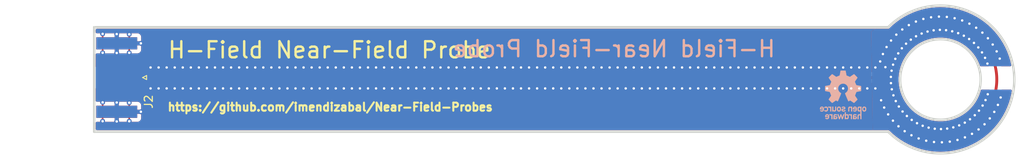
<source format=kicad_pcb>
(kicad_pcb (version 20241229) (generator "pcbnew") (generator_version "9.0")
  (title_block (title "Near Field Probes Kit") (date "2025-03-22") (rev "1.0") (company "Ignacio de Mendizabal") (comment 1 "https://www.ignaciodemendizabal.com") (comment 2 "https://github.com/imendizabal/Near-Field-Probes") (comment 4 "H-Field Probe 18 mm"))
  (layers (0 "F.Cu" signal) (4 "In1.Cu" signal) (6 "In2.Cu" signal) (2 "B.Cu" signal) (13 "F.Paste" user) (15 "B.Paste" user) (5 "F.SilkS" user "F.Silkscreen") (7 "B.SilkS" user "B.Silkscreen") (1 "F.Mask" user) (3 "B.Mask" user) (25 "Edge.Cuts" user))
  (net 0 "")
  (net 1 "GND")
  (net 2 "/H_SIGNAL")
  (footprint "Connector_Coaxial:SMA_Amphenol_132289_EdgeMount" (layer "F.Cu") (at 52.8 116.65 180)
    (property "Reference" "J2" (at -3.96 -3 90) (layer "F.SilkS"))
    (property "Value" "Conn_Coaxial_Small" (hide yes))
    (pad "1" smd rect (at 0 0 270) (size 1.5 5.08) (layers "F.Cu" "F.Mask" "F.Paste") (net 2 "/H_SIGNAL"))
    (pad "2" smd rect (at 0 -4.25 270) (size 1.5 5.08) (layers "F.Cu" "F.Mask" "F.Paste") (net 1 "GND"))
    (pad "2" smd rect (at 0 -4.25 270) (size 1.5 5.08) (layers "B.Cu" "B.Mask" "B.Paste") (net 1 "GND"))
    (pad "2" smd rect (at 0 4.25 270) (size 1.5 5.08) (layers "F.Cu" "F.Mask" "F.Paste") (net 1 "GND"))
    (pad "2" smd rect (at 0 4.25 270) (size 1.5 5.08) (layers "B.Cu" "B.Mask" "B.Paste") (net 1 "GND"))
  )
  (footprint "Symbol:OSHW-Logo_5.7x6mm_SilkScreen" (layer "B.Cu") (at 143 118.8 180)
    (property "Reference" "REF**" (hide yes))
    (property "Value" "OSHW-Logo_5.7x6mm_SilkScreen" (hide yes))
  )
  (gr_arc (start 148.247422 115.360598) (mid 162.02263 117.773127) (end 148.08293 116.65) (stroke (width 0.355542)) (layer "F.Cu") (net 2))
  (gr_line (start 50 123.3746) (end 148.591607 123.3746) (stroke (width 0.3)) (layer "Edge.Cuts"))
  (gr_circle (center 155.078906 116.8873) (end 160.078906 116.8873) (stroke (width 0.3)) (fill no) (layer "Edge.Cuts"))
  (gr_line (start 50 110.4) (end 148.591606 110.4) (stroke (width 0.3)) (layer "Edge.Cuts"))
  (gr_arc (start 148.591606 110.4) (mid 164.253319 116.887298) (end 148.591607 123.3746) (stroke (width 0.3)) (layer "Edge.Cuts"))
  (gr_line (start 50 123.3746) (end 50 110.4) (stroke (width 0.3)) (layer "Edge.Cuts"))
  (gr_text "H-Field Near-Field Probe" (at 59 114.4 0) (layer "F.SilkS") (effects (font (size 2 2) (thickness 0.3)) (justify left bottom)))
  (gr_text "https://github.com/imendizabal/Near-Field-Probes" (at 59 120.9 0) (layer "F.SilkS") (effects (font (size 1 1) (thickness 0.25)) (justify left bottom)))
  (gr_text "H-Field Near-Field Probe" (at 134.75 114.26019 0) (layer "B.SilkS") (effects (font (size 2 2) (thickness 0.3)) (justify left bottom mirror)))
  (segment (start 52.8 112.4) (end 52.8 111.25) (width 0.2) (layer "F.Cu") (net 1))
  (segment (start 51.05 120.925) (end 51.05 122.075) (width 0.2) (layer "F.Cu") (net 1))
  (segment (start 54.35 120.925) (end 54.35 122.075) (width 0.2) (layer "F.Cu") (net 1))
  (segment (start 52.8 112.4) (end 55.8 112.4) (width 0.2) (layer "F.Cu") (net 1))
  (segment (start 51.05 120.875) (end 51.05 119.725) (width 0.2) (layer "F.Cu") (net 1))
  (segment (start 54.35 112.425) (end 54.35 113.575) (width 0.2) (layer "F.Cu") (net 1))
  (segment (start 51.05 112.375) (end 51.05 111.225) (width 0.2) (layer "F.Cu") (net 1))
  (segment (start 54.35 120.925) (end 54.35 119.775) (width 0.2) (layer "F.Cu") (net 1))
  (segment (start 52.8 120.9) (end 55.8 120.9) (width 0.2) (layer "F.Cu") (net 1))
  (segment (start 52.8 120.9) (end 52.8 119.75) (width 0.2) (layer "F.Cu") (net 1))
  (segment (start 52.8 112.4) (end 52.8 113.6) (width 0.2) (layer "F.Cu") (net 1))
  (segment (start 51.05 112.425) (end 51.05 113.575) (width 0.2) (layer "F.Cu") (net 1))
  (segment (start 52.8 120.9) (end 52.8 122.1) (width 0.2) (layer "F.Cu") (net 1))
  (segment (start 54.35 112.425) (end 54.35 111.275) (width 0.2) (layer "F.Cu") (net 1))
  (via (at 108 118) (size 0.6) (drill 0.3) (layers "F.Cu" "B.Cu") (net 1))
  (via (at 149.870173 122.70182) (size 0.6) (drill 0.3) (layers "F.Cu" "B.Cu") (net 1))
  (via (at 159.244453 112.350197) (size 0.6) (drill 0.3) (layers "F.Cu" "B.Cu") (net 1))
  (via (at 153.918912 109.167588) (size 0.6) (drill 0.3) (layers "F.Cu" "B.Cu") (net 1))
  (via (at 160.241916 113.528669) (size 0.6) (drill 0.3) (layers "F.Cu" "B.Cu") (net 1))
  (via (at 104 115.4) (size 0.6) (drill 0.3) (layers "F.Cu" "B.Cu") (net 1))
  (via (at 78 115.4) (size 0.6) (drill 0.3) (layers "F.Cu" "B.Cu") (net 1))
  (via (at 152.376416 124.210967) (size 0.6) (drill 0.3) (layers "F.Cu" "B.Cu") (net 1))
  (via (at 114 115.4) (size 0.6) (drill 0.3) (layers "F.Cu" "B.Cu") (net 1))
  (via (at 150.812307 112.44508) (size 0.6) (drill 0.3) (layers "F.Cu" "B.Cu") (net 1))
  (via (at 132 118) (size 0.6) (drill 0.3) (layers "F.Cu" "B.Cu") (net 1))
  (via (at 155.009596 110.728377) (size 0.6) (drill 0.3) (layers "F.Cu" "B.Cu") (net 1))
  (via (at 125 118) (size 0.6) (drill 0.3) (layers "F.Cu" "B.Cu") (net 1))
  (via (at 69 118) (size 0.6) (drill 0.3) (layers "F.Cu" "B.Cu") (net 1))
  (via (at 148.247422 115.360599) (size 0.6) (drill 0.3) (layers "F.Cu" "B.Cu") (net 1))
  (via (at 99 118) (size 0.6) (drill 0.3) (layers "F.Cu" "B.Cu") (net 1))
  (via (at 160.681168 119.446934) (size 0.6) (drill 0.3) (layers "F.Cu" "B.Cu") (net 1))
  (via (at 98 115.4) (size 0.6) (drill 0.3) (layers "F.Cu" "B.Cu") (net 1))
  (via (at 150.913347 121.424403) (size 0.6) (drill 0.3) (layers "F.Cu" "B.Cu") (net 1))
  (via (at 57 115.4) (size 0.6) (drill 0.3) (layers "F.Cu" "B.Cu") (net 1))
  (via (at 104 118) (size 0.6) (drill 0.3) (layers "F.Cu" "B.Cu") (net 1))
  (via (at 60 115.4) (size 0.6) (drill 0.3) (layers "F.Cu" "B.Cu") (net 1))
  (via (at 88 118) (size 0.6) (drill 0.3) (layers "F.Cu" "B.Cu") (net 1))
  (via (at 95 115.4) (size 0.6) (drill 0.3) (layers "F.Cu" "B.Cu") (net 1))
  (via (at 100 115.4) (size 0.6) (drill 0.3) (layers "F.Cu" "B.Cu") (net 1))
  (via (at 140 115.4) (size 0.6) (drill 0.3) (layers "F.Cu" "B.Cu") (net 1))
  (via (at 105 115.4) (size 0.6) (drill 0.3) (layers "F.Cu" "B.Cu") (net 1))
  (via (at 160.622152 114.20225) (size 0.6) (drill 0.3) (layers "F.Cu" "B.Cu") (net 1))
  (via (at 135 115.4) (size 0.6) (drill 0.3) (layers "F.Cu" "B.Cu") (net 1))
  (via (at 148.936482 117.343189) (size 0.6) (drill 0.3) (layers "F.Cu" "B.Cu") (net 1))
  (via (at 159.814416 123.093304) (size 0.6) (drill 0.3) (layers "F.Cu" "B.Cu") (net 1))
  (via (at 85 115.4) (size 0.6) (drill 0.3) (layers "F.Cu" "B.Cu") (net 1))
  (via (at 137 115.4) (size 0.6) (drill 0.3) (layers "F.Cu" "B.Cu") (net 1))
  (via (at 148.391357 112.860361) (size 0.6) (drill 0.3) (layers "F.Cu" "B.Cu") (net 1))
  (via (at 63 115.4) (size 0.6) (drill 0.3) (layers "F.Cu" "B.Cu") (net 1))
  (via (at 103 118) (size 0.6) (drill 0.3) (layers "F.Cu" "B.Cu") (net 1))
  (via (at 144 118) (size 0.6) (drill 0.3) (layers "F.Cu" "B.Cu") (net 1))
  (via (at 55.8 112.4) (size 0.6) (drill 0.3) (layers "F.Cu" "B.Cu") (net 1))
  (via (at 140 118) (size 0.6) (drill 0.3) (layers "F.Cu" "B.Cu") (net 1))
  (via (at 160.287639 111.07278) (size 0.6) (drill 0.3) (layers "F.Cu" "B.Cu") (net 1))
  (via (at 58 118) (size 0.6) (drill 0.3) (layers "F.Cu" "B.Cu") (net 1))
  (via (at 66 115.4) (size 0.6) (drill 0.3) (layers "F.Cu" "B.Cu") (net 1))
  (via (at 123 115.4) (size 0.6) (drill 0.3) (layers "F.Cu" "B.Cu") (net 1))
  (via (at 67 118) (size 0.6) (drill 0.3) (layers "F.Cu" "B.Cu") (net 1))
  (via (at 160.975319 111.771456) (size 0.6) (drill 0.3) (layers "F.Cu" "B.Cu") (net 1))
  (via (at 70 118) (size 0.6) (drill 0.3) (layers "F.Cu" "B.Cu") (net 1))
  (via (at 147 115.4) (size 0.6) (drill 0.3) (layers "F.Cu" "B.Cu") (net 1))
  (via (at 105 118) (size 0.6) (drill 0.3) (layers "F.Cu" "B.Cu") (net 1))
  (via (at 161.570009 112.550813) (size 0.6) (drill 0.3) (layers "F.Cu" "B.Cu") (net 1))
  (via (at 158.642956 111.863891) (size 0.6) (drill 0.3) (layers "F.Cu" "B.Cu") (net 1))
  (via (at 147 118) (size 0.6) (drill 0.3) (layers "F.Cu" "B.Cu") (net 1))
  (via (at 89 115.4) (size 0.6) (drill 0.3) (layers "F.Cu" "B.Cu") (net 1))
  (via (at 149.841614 113.645699) (size 0.6) (drill 0.3) (layers "F.Cu" "B.Cu") (net 1))
  (via (at 131 118) (size 0.6) (drill 0.3) (layers "F.Cu" "B.Cu") (net 1))
  (via (at 128 118) (size 0.6) (drill 0.3) (layers "F.Cu" "B.Cu") (net 1))
  (via (at 151.514844 121.910709) (size 0.6) (drill 0.3) (layers "F.Cu" "B.Cu") (net 1))
  (via (at 162.062331 113.398558) (size 0.6) (drill 0.3) (layers "F.Cu" "B.Cu") (net 1))
  (via (at 101 115.4) (size 0.6) (drill 0.3) (layers "F.Cu" "B.Cu") (net 1))
  (via (at 148.095481 120.376042) (size 0.6) (drill 0.3) (layers "F.Cu" "B.Cu") (net 1))
  (via (at 86 118) (size 0.6) (drill 0.3) (layers "F.Cu" "B.Cu") (net 1))
  (via (at 147.713292 119.473277) (size 0.6) (drill 0.3) (layers "F.Cu" "B.Cu") (net 1))
  (via (at 51.05 122.075) (size 0.6) (drill 0.3) (layers "F.Cu" "B.Cu") (net 1))
  (via (at 117 118) (size 0.6) (drill 0.3) (layers "F.Cu" "B.Cu") (net 1))
  (via (at 65 118) (size 0.6) (drill 0.3) (layers "F.Cu" "B.Cu") (net 1))
  (via (at 54.35 113.575) (size 0.6) (drill 0.3) (layers "F.Cu" "B.Cu") (net 1))
  (via (at 74 115.4) (size 0.6) (drill 0.3) (layers "F.Cu" "B.Cu") (net 1))
  (via (at 155.262216 124.691526) (size 0.6) (drill 0.3) (layers "F.Cu" "B.Cu") (net 1))
  (via (at 156.543435 110.904636) (size 0.6) (drill 0.3) (layers "F.Cu" "B.Cu") (net 1))
  (via (at 129 115.4) (size 0.6) (drill 0.3) (layers "F.Cu" "B.Cu") (net 1))
  (via (at 63 118) (size 0.6) (drill 0.3) (layers "F.Cu" "B.Cu") (net 1))
  (via (at 143 118) (size 0.6) (drill 0.3) (layers "F.Cu" "B.Cu") (net 1))
  (via (at 158.677985 109.960094) (size 0.6) (drill 0.3) (layers "F.Cu" "B.Cu") (net 1))
  (via (at 110 115.4) (size 0.6) (drill 0.3) (layers "F.Cu" "B.Cu") (net 1))
  (via (at 107 118) (size 0.6) (drill 0.3) (layers "F.Cu" "B.Cu") (net 1))
  (via (at 87 118) (size 0.6) (drill 0.3) (layers "F.Cu" "B.Cu") (net 1))
  (via (at 152.172548 122.317793) (size 0.6) (drill 0.3) (layers "F.Cu" "B.Cu") (net 1))
  (via (at 158.106715 122.251018) (size 0.6) (drill 0.3) (layers "F.Cu" "B.Cu") (net 1))
  (via (at 122 115.4) (size 0.6) (drill 0.3) (layers "F.Cu" "B.Cu") (net 1))
  (via (at 121 115.4) (size 0.6) (drill 0.3) (layers "F.Cu" "B.Cu") (net 1))
  (via (at 51.05 113.575) (size 0.6) (drill 0.3) (layers "F.Cu" "B.Cu") (net 1))
  (via (at 58 115.4) (size 0.6) (drill 0.3) (layers "F.Cu" "B.Cu") (net 1))
  (via (at 91 118) (size 0.6) (drill 0.3) (layers "F.Cu" "B.Cu") (net 1))
  (via (at 160.9578 118.7246) (size 0.6) (drill 0.3) (layers "F.Cu" "B.Cu") (net 1))
  (via (at 98 118) (size 0.6) (drill 0.3) (layers "F.Cu" "B.Cu") (net 1))
  (via (at 151.158555 110.136715) (size 0.6) (drill 0.3) (layers "F.Cu" "B.Cu") (net 1))
  (via (at 138 118) (size 0.6) (drill 0.3) (layers "F.Cu" "B.Cu") (net 1))
  (via (at 161.209012 121.720658) (size 0.6) (drill 0.3) (layers "F.Cu" "B.Cu") (net 1))
  (via (at 148.587803 121.223787) (size 0.6) (drill 0.3) (layers "F.Cu" "B.Cu") (net 1))
  (via (at 118 118) (size 0.6) (drill 0.3) (layers "F.Cu" "B.Cu") (net 1))
  (via (at 159.868608 120.759746) (size 0.6) (drill 0.3) (layers "F.Cu" "B.Cu") (net 1))
  (via (at 133 118) (size 0.6) (drill 0.3) (layers "F.Cu" "B.Cu") (net 1))
  (via (at 119 118) (size 0.6) (drill 0.3) (layers "F.Cu" "B.Cu") (net 1))
  (via (at 130 118) (size 0.6) (drill 0.3) (layers "F.Cu" "B.Cu") (net 1))
  (via (at 78 118) (size 0.6) (drill 0.3) (layers "F.Cu" "B.Cu") (net 1))
  (via (at 150.377544 120.866545) (size 0.6) (drill 0.3) (layers "F.Cu" "B.Cu") (net 1))
  (via (at 134 115.4) (size 0.6) (drill 0.3) (layers "F.Cu" "B.Cu") (net 1))
  (via (at 64 115.4) (size 0.6) (drill 0.3) (layers "F.Cu" "B.Cu") (net 1))
  (via (at 120 115.4) (size 0.6) (drill 0.3) (layers "F.Cu" "B.Cu") (net 1))
  (via (at 126 115.4) (size 0.6) (drill 0.3) (layers "F.Cu" "B.Cu") (net 1))
  (via (at 157.410588 122.588209) (size 0.6) (drill 0.3) (layers "F.Cu" "B.Cu") (net 1))
  (via (at 162.557812 119.1246) (size 0.6) (drill 0.3) (layers "F.Cu" "B.Cu") (net 1))
  (via (at 81 115.4) (size 0.6) (drill 0.3) (layers "F.Cu" "B.Cu") (net 1))
  (via (at 153.480112 110.939106) (size 0.6) (drill 0.3) (layers "F.Cu" "B.Cu") (net 1))
  (via (at 66 118) (size 0.6) (drill 0.3) (layers "F.Cu" "B.Cu") (net 1))
  (via (at 81 118) (size 0.6) (drill 0.3) (layers "F.Cu" "B.Cu") (net 1))
  (via (at 162.218431 120.044314) (size 0.6) (drill 0.3) (layers "F.Cu" "B.Cu") (net 1))
  (via (at 112 115.4) (size 0.6) (drill 0.3) (layers "F.Cu" "B.Cu") (net 1))
  (via (at 52.8 113.6) (size 0.6) (drill 0.3) (layers "F.Cu" "B.Cu") (net 1))
  (via (at 96 115.4) (size 0.6) (drill 0.3) (layers "F.Cu" "B.Cu") (net 1))
  (via (at 103 115.4) (size 0.6) (drill 0.3) (layers "F.Cu" "B.Cu") (net 1))
  (via (at 116 115.4) (size 0.6) (drill 0.3) (layers "F.Cu" "B.Cu") (net 1))
  (via (at 102 118) (size 0.6) (drill 0.3) (layers "F.Cu" "B.Cu") (net 1))
  (via (at 151.402708 111.945362) (size 0.6) (drill 0.3) (layers "F.Cu" "B.Cu") (net 1))
  (via (at 115 115.4) (size 0.6) (drill 0.3) (layers "F.Cu" "B.Cu") (net 1))
  (via (at 54.35 122.075) (size 0.6) (drill 0.3) (layers "F.Cu" "B.Cu") (net 1))
  (via (at 128 115.4) (size 0.6) (drill 0.3) (layers "F.Cu" "B.Cu") (net 1))
  (via (at 106 118) (size 0.6) (drill 0.3) (layers "F.Cu" "B.Cu") (net 1))
  (via (at 73 115.4) (size 0.6) (drill 0.3) (layers "F.Cu" "B.Cu") (net 1))
  (via (at 108 115.4) (size 0.6) (drill 0.3) (layers "F.Cu" "B.Cu") (net 1))
  (via (at 94 118) (size 0.6) (drill 0.3) (layers "F.Cu" "B.Cu") (net 1))
  (via (at 157.985252 111.456807) (size 0.6) (drill 0.3) (layers "F.Cu" "B.Cu") (net 1))
  (via (at 158.999257 123.637885) (size 0.6) (drill 0.3) (layers "F.Cu" "B.Cu") (net 1))
  (via (at 154.282642 124.652962) (size 0.6) (drill 0.3) (layers "F.Cu" "B.Cu") (net 1))
  (via (at 95 118) (size 0.6) (drill 0.3) (layers "F.Cu" "B.Cu") (net 1))
  (via (at 67 115.4) (size 0.6) (drill 0.3) (layers "F.Cu" "B.Cu") (net 1))
  (via (at 68 115.4) (size 0.6) (drill 0.3) (layers "F.Cu" "B.Cu") (net 1))
  (via (at 135 118) (size 0.6) (drill 0.3) (layers "F.Cu" "B.Cu") (net 1))
  (via (at 99 115.4) (size 0.6) (drill 0.3) (layers "F.Cu" "B.Cu") (net 1))
  (via (at 152.051085 111.523582) (size 0.6) (drill 0.3) (layers "F.Cu" "B.Cu") (net 1))
  (via (at 86 115.4) (size 0.6) (drill 0.3) (layers "F.Cu" "B.Cu") (net 1))
  (via (at 131 115.4) (size 0.6) (drill 0.3) (layers "F.Cu" "B.Cu") (net 1))
  (via (at 130 115.4) (size 0.6) (drill 0.3) (layers "F.Cu" "B.Cu") (net 1))
  (via (at 162.44452 114.301323) (size 0.6) (drill 0.3) (layers "F.Cu" "B.Cu") (net 1))
  (via (at 52.8 122.1) (size 0.6) (drill 0.3) (layers "F.Cu" "B.Cu") (net 1))
  (via (at 76 115.4) (size 0.6) (drill 0.3) (layers "F.Cu" "B.Cu") (net 1))
  (via (at 127 118) (size 0.6) (drill 0.3) (layers "F.Cu" "B.Cu") (net 1))
  (via (at 155.87517 109.121638) (size 0.6) (drill 0.3) (layers "F.Cu" "B.Cu") (net 1))
  (via (at 152.876086 122.639234) (size 0.6) (drill 0.3) (layers "F.Cu" "B.Cu") (net 1))
  (via (at 156.842187 109.282671) (size 0.6) (drill 0.3) (layers "F.Cu" "B.Cu") (net 1))
  (via (at 155.148204 123.046223) (size 0.6) (drill 0.3) (layers "F.Cu" "B.Cu") (net 1))
  (via (at 149.476632 114.327666) (size 0.6) (drill 0.3) (layers "F.Cu" "B.Cu") (net 1))
  (via (at 146 118) (size 0.6) (drill 0.3) (layers "F.Cu" "B.Cu") (net 1))
  (via (at 91 115.4) (size 0.6) (drill 0.3) (layers "F.Cu" "B.Cu") (net 1))
  (via (at 142 115.4) (size 0.6) (drill 0.3) (layers "F.Cu" "B.Cu") (net 1))
  (via (at 138 115.4) (size 0.6) (drill 0.3) (layers "F.Cu" "B.Cu") (net 1))
  (via (at 154.37574 123.006344) (size 0.6) (drill 0.3) (layers "F.Cu" "B.Cu") (net 1))
  (via (at 71 115.4) (size 0.6) (drill 0.3) (layers "F.Cu" "B.Cu") (net 1))
  (via (at 127 115.4) (size 0.6) (drill 0.3) (layers "F.Cu" "B.Cu") (net 1))
  (via (at 84 115.4) (size 0.6) (drill 0.3) (layers "F.Cu" "B.Cu") (net 1))
  (via (at 121 118) (size 0.6) (drill 0.3) (layers "F.Cu" "B.Cu") (net 1))
  (via (at 123 118) (size 0.6) (drill 0.3) (layers "F.Cu" "B.Cu") (net 1))
  (via (at 62 118) (size 0.6) (drill 0.3) (layers "F.Cu" "B.Cu") (net 1))
  (via (at 83 118) (size 0.6) (drill 0.3) (layers "F.Cu" "B.Cu") (net 1))
  (via (at 109 115.4) (size 0.6) (drill 0.3) (layers "F.Cu" "B.Cu") (net 1))
  (via (at 75 115.4) (size 0.6) (drill 0.3) (layers "F.Cu" "B.Cu") (net 1))
  (via (at 158.755092 121.829238) (size 0.6) (drill 0.3) (layers "F.Cu" "B.Cu") (net 1))
  (via (at 157.281714 111.135366) (size 0.6) (drill 0.3) (layers "F.Cu" "B.Cu") (net 1))
  (via (at 152.960523 109.373846) (size 0.6) (drill 0.3) (layers "F.Cu" "B.Cu") (net 1))
  (via (at 129 118) (size 0.6) (drill 0.3) (layers "F.Cu" "B.Cu") (net 1))
  (via (at 102 115.4) (size 0.6) (drill 0.3) (layers "F.Cu" "B.Cu") (net 1))
  (via (at 152.747212 111.186391) (size 0.6) (drill 0.3) (layers "F.Cu" "B.Cu") (net 1))
  (via (at 60 118) (size 0.6) (drill 0.3) (layers "F.Cu" "B.Cu") (net 1))
  (via (at 75 118) (size 0.6) (drill 0.3) (layers "F.Cu" "B.Cu") (net 1))
  (via (at 51.05 111.225) (size 0.6) (drill 0.3) (layers "F.Cu" "B.Cu") (net 1))
  (via (at 83 115.4) (size 0.6) (drill 0.3) (layers "F.Cu" "B.Cu") (net 1))
  (via (at 160.914968 114.918176) (size 0.6) (drill 0.3) (layers "F.Cu" "B.Cu") (net 1))
  (via (at 73 118) (size 0.6) (drill 0.3) (layers "F.Cu" "B.Cu") (net 1))
  (via (at 144 115.4) (size 0.6) (drill 0.3) (layers "F.Cu" "B.Cu") (net 1))
  (via (at 79 115.4) (size 0.6) (drill 0.3) (layers "F.Cu" "B.Cu") (net 1))
  (via (at 94 115.4) (size 0.6) (drill 0.3) (layers "F.Cu" "B.Cu") (net 1))
  (via (at 64 118) (size 0.6) (drill 0.3) (layers "F.Cu" "B.Cu") (net 1))
  (via (at 157.781396 109.563633) (size 0.6) (drill 0.3) (layers "F.Cu" "B.Cu") (net 1))
  (via (at 76 118) (size 0.6) (drill 0.3) (layers "F.Cu" "B.Cu") (net 1))
  (via (at 159.345493 121.32952) (size 0.6) (drill 0.3) (layers "F.Cu" "B.Cu") (net 1))
  (via (at 97 118) (size 0.6) (drill 0.3) (layers "F.Cu" "B.Cu") (net 1))
  (via (at 150.343396 110.681296) (size 0.6) (drill 0.3) (layers "F.Cu" "B.Cu") (net 1))
  (via (at 77 118) (size 0.6) (drill 0.3) (layers "F.Cu" "B.Cu") (net 1))
  (via (at 141 118) (size 0.6) (drill 0.3) (layers "F.Cu" "B.Cu") (net 1))
  (via (at 125 115.4) (size 0.6) (drill 0.3) (layers "F.Cu" "B.Cu") (net 1))
  (via (at 150.639998 123.308799) (size 0.6) (drill 0.3) (layers "F.Cu" "B.Cu") (net 1))
  (via (at 96 118) (size 0.6) (drill 0.3) (layers "F.Cu" "B.Cu") (net 1))
  (via (at 133 115.4) (size 0.6) (drill 0.3) (layers "F.Cu" "B.Cu") (net 1))
  (via (at 149.042055 118.109443) (size 0.6) (drill 0.3) (layers "F.Cu" "B.Cu") (net 1))
  (via (at 147.6 114.65) (size 0.6) (drill 0.3) (layers "F.Cu" "B.Cu") (net 1))
  (via (at 87 115.4) (size 0.6) (drill 0.3) (layers "F.Cu" "B.Cu") (net 1))
  (via (at 110 118) (size 0.6) (drill 0.3) (layers "F.Cu" "B.Cu") (net 1))
  (via (at 70 115.4) (size 0.6) (drill 0.3) (layers "F.Cu" "B.Cu") (net 1))
  (via (at 101 118) (size 0.6) (drill 0.3) (layers "F.Cu" "B.Cu") (net 1))
  (via (at 145 118) (size 0.6) (drill 0.3) (layers "F.Cu" "B.Cu") (net 1))
  (via (at 65 115.4) (size 0.6) (drill 0.3) (layers "F.Cu" "B.Cu") (net 1))
  (via (at 132 115.4) (size 0.6) (drill 0.3) (layers "F.Cu" "B.Cu") (net 1))
  (via (at 107 115.4) (size 0.6) (drill 0.3) (layers "F.Cu" "B.Cu") (net 1))
  (via (at 118 115.4) (size 0.6) (drill 0.3) (layers "F.Cu" "B.Cu") (net 1))
  (via (at 74 118) (size 0.6) (drill 0.3) (layers "F.Cu" "B.Cu") (net 1))
  (via (at 61 115.4) (size 0.6) (drill 0.3) (layers "F.Cu" "B.Cu") (net 1))
  (via (at 149.535648 119.57235) (size 0.6) (drill 0.3) (layers "F.Cu" "B.Cu") (net 1))
  (via (at 72 115.4) (size 0.6) (drill 0.3) (layers "F.Cu" "B.Cu") (net 1))
  (via (at 148.9488 112.053942) (size 0.6) (drill 0.3) (layers "F.Cu" "B.Cu") (net 1))
  (via (at 71 118) (size 0.6) (drill 0.3) (layers "F.Cu" "B.Cu") (net 1))
  (via (at 116 118) (size 0.6) (drill 0.3) (layers "F.Cu" "B.Cu") (net 1))
  (via (at 119 115.4) (size 0.6) (drill 0.3) (layers "F.Cu" "B.Cu") (net 1))
  (via (at 57 118) (size 0.6) (drill 0.3) (layers "F.Cu" "B.Cu") (net 1))
  (via (at 143 115.4) (size 0.6) (drill 0.3) (layers "F.Cu" "B.Cu") (net 1))
  (via (at 158.122271 124.076005) (size 0.6) (drill 0.3) (layers "F.Cu" "B.Cu") (net 1))
  (via (at 136 118) (size 0.6) (drill 0.3) (layers "F.Cu" "B.Cu") (net 1))
  (via (at 156.677688 122.835494) (size 0.6) (drill 0.3) (layers "F.Cu" "B.Cu") (net 1))
  (via (at 51.05 119.725) (size 0.6) (drill 0.3) (layers "F.Cu" "B.Cu") (net 1))
  (via (at 100 118) (size 0.6) (drill 0.3) (layers "F.Cu" "B.Cu") (net 1))
  (via (at 72 118) (size 0.6) (drill 0.3) (layers "F.Cu" "B.Cu") (net 1))
  (via (at 84 118) (size 0.6) (drill 0.3) (layers "F.Cu" "B.Cu") (net 1))
  (via (at 149.242832 118.856424) (size 0.6) (drill 0.3) (layers "F.Cu" "B.Cu") (net 1))
  (via (at 114 118) (size 0.6) (drill 0.3) (layers "F.Cu" "B.Cu") (net 1))
  (via (at 117 115.4) (size 0.6) (drill 0.3) (layers "F.Cu" "B.Cu") (net 1))
  (via (at 149.016082 115.801309) (size 0.6) (drill 0.3) (layers "F.Cu" "B.Cu") (net 1))
  (via (at 159.517814 110.465801) (size 0.6) (drill 0.3) (layers "F.Cu" "B.Cu") (net 1))
  (via (at 137 118) (size 0.6) (drill 0.3) (layers "F.Cu" "B.Cu") (net 1))
  (via (at 154.895596 109.083074) (size 0.6) (drill 0.3) (layers "F.Cu" "B.Cu") (net 1))
  (via (at 149.915884 120.245931) (size 0.6) (drill 0.3) (layers "F.Cu" "B.Cu") (net 1))
  (via (at 139 115.4) (size 0.6) (drill 0.3) (layers "F.Cu" "B.Cu") (net 1))
  (via (at 145 115.4) (size 0.6) (drill 0.3) (layers "F.Cu" "B.Cu") (net 1))
  (via (at 111 115.4) (size 0.6) (drill 0.3) (layers "F.Cu" "B.Cu") (net 1))
  (via (at 59 118) (size 0.6) (drill 0.3) (layers "F.Cu" "B.Cu") (net 1))
  (via (at 139 118) (size 0.6) (drill 0.3) (layers "F.Cu" "B.Cu") (net 1))
  (via (at 122 118) (size 0.6) (drill 0.3) (layers "F.Cu" "B.Cu") (net 1))
  (via (at 92 115.4) (size 0.6) (drill 0.3) (layers "F.Cu" "B.Cu") (net 1))
  (via (at 152.035541 109.698595) (size 0.6) (drill 0.3) (layers "F.Cu" "B.Cu") (net 1))
  (via (at 112 118) (size 0.6) (drill 0.3) (layers "F.Cu" "B.Cu") (net 1))
  (via (at 92 118) (size 0.6) (drill 0.3) (layers "F.Cu" "B.Cu") (net 1))
  (via (at 154.238225 110.785628) (size 0.6) (drill 0.3) (layers "F.Cu" "B.Cu") (net 1))
  (via (at 115 118) (size 0.6) (drill 0.3) (layers "F.Cu" "B.Cu") (net 1))
  (via (at 159.780256 112.908055) (size 0.6) (drill 0.3) (layers "F.Cu" "B.Cu") (net 1))
  (via (at 126 118) (size 0.6) (drill 0.3) (layers "F.Cu" "B.Cu") (net 1))
  (via (at 124 118) (size 0.6) (drill 0.3) (layers "F.Cu" "B.Cu") (net 1))
  (via (at 149.182493 122.003144) (size 0.6) (drill 0.3) (layers "F.Cu" "B.Cu") (net 1))
  (via (at 109 118) (size 0.6) (drill 0.3) (layers "F.Cu" "B.Cu") (net 1))
  (via (at 149.602918 111.323749) (size 0.6) (drill 0.3) (layers "F.Cu" "B.Cu") (net 1))
  (via (at 160.554894 122.450851) (size 0.6) (drill 0.3) (layers "F.Cu" "B.Cu") (net 1))
  (via (at 134 118) (size 0.6) (drill 0.3) (layers "F.Cu" "B.Cu") (net 1))
  (via (at 147.939381 113.730286) (size 0.6) (drill 0.3) (layers "F.Cu" "B.Cu") (net 1))
  (via (at 77 115.4) (size 0.6) (drill 0.3) (layers "F.Cu" "B.Cu") (net 1))
  (via (at 80 115.4) (size 0.6) (drill 0.3) (layers "F.Cu" "B.Cu") (net 1))
  (via (at 149.2 115.05) (size 0.6) (drill 0.3) (layers "F.Cu" "B.Cu") (net 1))
  (via (at 82 115.4) (size 0.6) (drill 0.3) (layers "F.Cu" "B.Cu") (net 1))
  (via (at 52.8 119.75) (size 0.6) (drill 0.3) (layers "F.Cu" "B.Cu") (net 1))
  (via (at 120 118) (size 0.6) (drill 0.3) (layers "F.Cu" "B.Cu") (net 1))
  (via (at 151.479827 123.814506) (size 0.6) (drill 0.3) (layers "F.Cu" "B.Cu") (net 1))
  (via (at 148.927779 116.569745) (size 0.6) (drill 0.3) (layers "F.Cu" "B.Cu") (net 1))
  (via (at 90 115.4) (size 0.6) (drill 0.3) (layers "F.Cu" "B.Cu") (net 1))
  (via (at 62 115.4) (size 0.6) (drill 0.3) (layers "F.Cu" "B.Cu") (net 1))
  (via (at 161.766455 120.914239) (size 0.6) (drill 0.3) (layers "F.Cu" "B.Cu") (net 1))
  (via (at 89 118) (size 0.6) (drill 0.3) (layers "F.Cu" "B.Cu") (net 1))
  (via (at 79 118) (size 0.6) (drill 0.3) (layers "F.Cu" "B.Cu") (net 1))
  (via (at 93 118) (size 0.6) (drill 0.3) (layers "F.Cu" "B.Cu") (net 1))
  (via (at 155.78206 110.768256) (size 0.6) (drill 0.3) (layers "F.Cu" "B.Cu") (net 1))
  (via (at 88 115.4) (size 0.6) (drill 0.3) (layers "F.Cu" "B.Cu") (net 1))
  (via (at 142 118) (size 0.6) (drill 0.3) (layers "F.Cu" "B.Cu") (net 1))
  (via (at 55.8 120.9) (size 0.6) (drill 0.3) (layers "F.Cu" "B.Cu") (net 1))
  (via (at 82 118) (size 0.6) (drill 0.3) (layers "F.Cu" "B.Cu") (net 1))
  (via (at 93 115.4) (size 0.6) (drill 0.3) (layers "F.Cu" "B.Cu") (net 1))
  (via (at 54.35 119.775) (size 0.6) (drill 0.3) (layers "F.Cu" "B.Cu") (net 1))
  (via (at 54.35 111.275) (size 0.6) (drill 0.3) (layers "F.Cu" "B.Cu") (net 1))
  (via (at 136 115.4) (size 0.6) (drill 0.3) (layers "F.Cu" "B.Cu") (net 1))
  (via (at 68 118) (size 0.6) (drill 0.3) (layers "F.Cu" "B.Cu") (net 1))
  (via (at 111 118) (size 0.6) (drill 0.3) (layers "F.Cu" "B.Cu") (net 1))
  (via (at 80 118) (size 0.6) (drill 0.3) (layers "F.Cu" "B.Cu") (net 1))
  (via (at 106 115.4) (size 0.6) (drill 0.3) (layers "F.Cu" "B.Cu") (net 1))
  (via (at 97 115.4) (size 0.6) (drill 0.3) (layers "F.Cu" "B.Cu") (net 1))
  (via (at 52.8 111.25) (size 0.6) (drill 0.3) (layers "F.Cu" "B.Cu") (net 1))
  (via (at 153.315625 124.491929) (size 0.6) (drill 0.3) (layers "F.Cu" "B.Cu") (net 1))
  (via (at 155.919575 122.988972) (size 0.6) (drill 0.3) (layers "F.Cu" "B.Cu") (net 1))
  (via (at 157.197289 124.400754) (size 0.6) (drill 0.3) (layers "F.Cu" "B.Cu") (net 1))
  (via (at 156.2389 124.607012) (size 0.6) (drill 0.3) (layers "F.Cu" "B.Cu") (net 1))
  (via (at 150.289192 113.014854) (size 0.6) (drill 0.3) (layers "F.Cu" "B.Cu") (net 1))
  (via (at 141 115.4) (size 0.6) (drill 0.3) (layers "F.Cu" "B.Cu") (net 1))
  (via (at 61 118) (size 0.6) (drill 0.3) (layers "F.Cu" "B.Cu") (net 1))
  (via (at 85 118) (size 0.6) (drill 0.3) (layers "F.Cu" "B.Cu") (net 1))
  (via (at 113 115.4) (size 0.6) (drill 0.3) (layers "F.Cu" "B.Cu") (net 1))
  (via (at 124 115.4) (size 0.6) (drill 0.3) (layers "F.Cu" "B.Cu") (net 1))
  (via (at 90 118) (size 0.6) (drill 0.3) (layers "F.Cu" "B.Cu") (net 1))
  (via (at 59 115.4) (size 0.6) (drill 0.3) (layers "F.Cu" "B.Cu") (net 1))
  (via (at 146 115.4) (size 0.6) (drill 0.3) (layers "F.Cu" "B.Cu") (net 1))
  (via (at 113 118) (size 0.6) (drill 0.3) (layers "F.Cu" "B.Cu") (net 1))
  (via (at 160.316186 120.128901) (size 0.6) (drill 0.3) (layers "F.Cu" "B.Cu") (net 1))
  (via (at 69 115.4) (size 0.6) (drill 0.3) (layers "F.Cu" "B.Cu") (net 1))
  (via (at 153.614365 122.869964) (size 0.6) (drill 0.3) (layers "F.Cu" "B.Cu") (net 1))
  (segment (start 52.8 116.65) (end 148.1 116.65) (width 0.355542) (layer "F.Cu") (net 2))
  (zone (net 0) (net_name "") (layers "F.Cu" "B.Cu" "In1.Cu" "In2.Cu") (connect_pads (clearance 0)) (min_thickness 0.25)
    (keepout (tracks not_allowed) (vias not_allowed) (pads not_allowed) (copperpour not_allowed) (footprints not_allowed))
    (fill (thermal_gap 0.5) (thermal_bridge_width 0.5))
    (polygon (pts (xy 159.3 115.25) (xy 164.5 115.25) (xy 164.5 118.15) (xy 159.3 118.15)))
  )
  (zone (net 1) (net_name "GND") (layers "F.Cu" "B.Cu" "In1.Cu" "In2.Cu") (connect_pads (clearance 0.5)) (min_thickness 0.25) (fill yes (thermal_gap 0.5) (thermal_bridge_width 0.5))
    (polygon (pts (xy 49.5 110.325) (xy 147.005 110.325) (xy 147.005 126.4) (xy 49.5 126.4)))
  )
  (zone (net 1) (net_name "GND") (layers "F.Cu" "B.Cu" "In1.Cu" "In2.Cu") (priority 1) (connect_pads (clearance 0.5)) (min_thickness 0.25) (fill yes (thermal_gap 0.5) (thermal_bridge_width 0.5))
    (polygon (pts (xy 148 109.97) (xy 154.02 107.02) (xy 160.38 108.48) (xy 165.23 114.43) (xy 165.47 120.72) (xy 162.08 124.92) (xy 156.97 126.64) (xy 150.68 125.83) (xy 146.682165 124.827059) (xy 146.486278 110.937732) (xy 148.05 109.93)))
  )
  (zone (net 0) (net_name "") (layers "F.Cu" "In1.Cu" "In2.Cu") (connect_pads (clearance 0)) (min_thickness 0.25)
    (keepout (tracks allowed) (vias allowed) (pads allowed) (copperpour not_allowed) (footprints allowed))
    (fill (thermal_gap 0.5) (thermal_bridge_width 0.5))
    (polygon (pts (xy 50.5 114.65) (xy 56 114.65) (xy 56 118.4) (xy 50.5 118.4)))
  )
)
</source>
